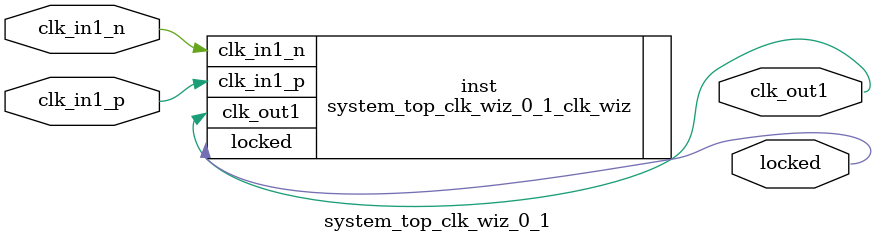
<source format=v>


`timescale 1ps/1ps

(* CORE_GENERATION_INFO = "system_top_clk_wiz_0_1,clk_wiz_v6_0_6_0_0,{component_name=system_top_clk_wiz_0_1,use_phase_alignment=false,use_min_o_jitter=false,use_max_i_jitter=false,use_dyn_phase_shift=false,use_inclk_switchover=false,use_dyn_reconfig=false,enable_axi=0,feedback_source=FDBK_AUTO,PRIMITIVE=MMCM,num_out_clk=1,clkin1_period=3.333,clkin2_period=10.0,use_power_down=false,use_reset=false,use_locked=true,use_inclk_stopped=false,feedback_type=SINGLE,CLOCK_MGR_TYPE=NA,manual_override=false}" *)

module system_top_clk_wiz_0_1 
 (
  // Clock out ports
  output        clk_out1,
  // Status and control signals
  output        locked,
 // Clock in ports
  input         clk_in1_p,
  input         clk_in1_n
 );

  system_top_clk_wiz_0_1_clk_wiz inst
  (
  // Clock out ports  
  .clk_out1(clk_out1),
  // Status and control signals               
  .locked(locked),
 // Clock in ports
  .clk_in1_p(clk_in1_p),
  .clk_in1_n(clk_in1_n)
  );

endmodule

</source>
